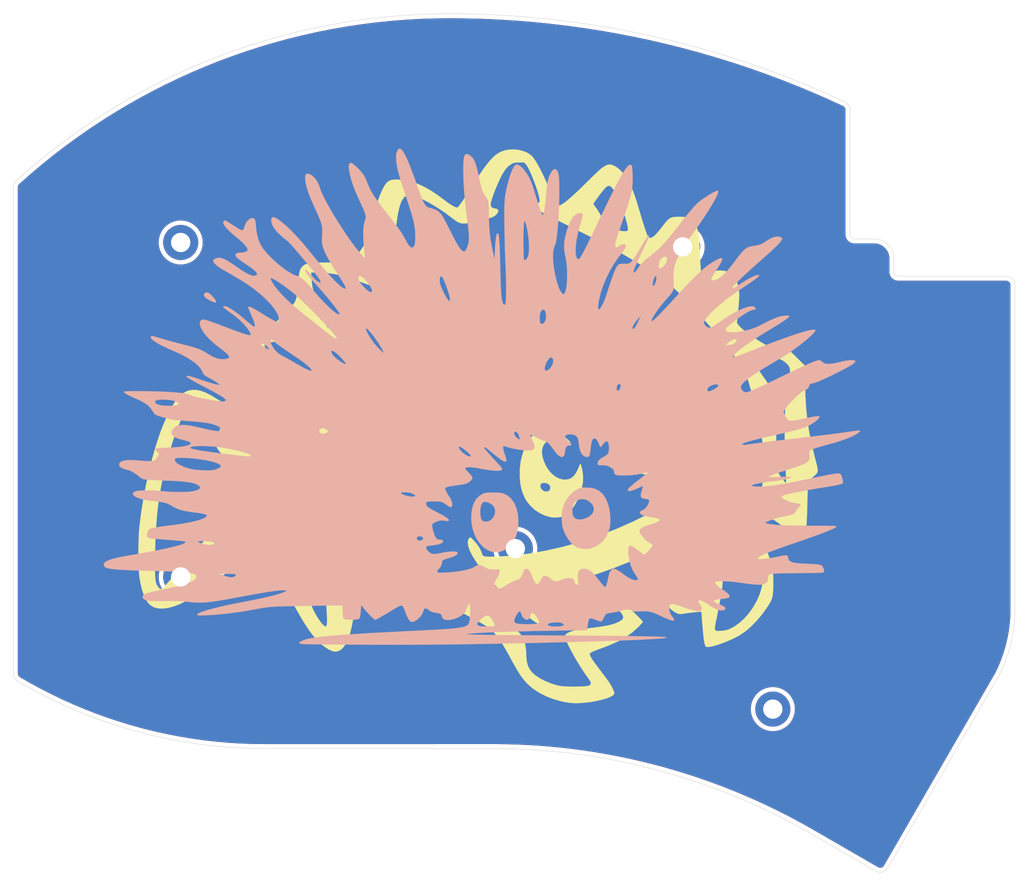
<source format=kicad_pcb>
(kicad_pcb (version 20211014) (generator pcbnew)
  (title_block (title "Swoop MX") (date "2021-12-10") (rev "0.1") (company "jmnw"))
  (layers (0 "F.Cu" signal) (31 "B.Cu" signal) (34 "B.Paste" user) (35 "F.Paste" user) (36 "B.SilkS" user "B.Silkscreen") (37 "F.SilkS" user "F.Silkscreen") (38 "B.Mask" user) (39 "F.Mask" user) (44 "Edge.Cuts" user))
  (net 0 "")
  (footprint "swoop:M2_hole_4mm" (layer "F.Cu") (at 138.429505 86.289097)
    (fp_text reference "H3" hide)
    (fp_text value "M2 Hole" hide)
    (pad "" thru_hole circle (at 0 0) (size 4 4) (drill 2.2) (layers *.Cu *.Mask))
  )
  (footprint "swoop:M2_hole_4mm" (layer "F.Cu") (at 81.279505 85.789596)
    (fp_text reference "H1" hide)
    (fp_text value "M2 Hole" hide)
    (pad "" thru_hole circle (at 0 0) (size 4 4) (drill 2.2) (layers *.Cu *.Mask))
  )
  (footprint "swoop:M2_hole_4mm" (layer "F.Cu") (at 81.2795 123.889595)
    (fp_text reference "H2" hide)
    (fp_text value "M2 Hole" hide)
    (pad "" thru_hole circle (at 0 0) (size 4 4) (drill 2.2) (layers *.Cu *.Mask))
  )
  (footprint "swoop:M2_hole_4mm" (layer "F.Cu") (at 119.379002 120.664038)
    (fp_text reference "H4" hide)
    (fp_text value "M2 Hole" hide)
    (pad "" thru_hole circle (at 0 0) (size 4 4) (drill 2.2) (layers *.Cu *.Mask))
  )
  (footprint "swoop:M2_hole_4mm" (layer "F.Cu") (at 148.696199 138.946853 -22.5)
    (fp_text reference "H4" hide)
    (fp_text value "M2 Hole" hide)
    (pad "" thru_hole circle (at 0 0 337.5) (size 4 4) (drill 2.2) (layers *.Cu *.Mask))
  )
  (footprint "swoop:Ferris_rust_logos" (layer "B.Cu") (at 117.161311 105.608308 180)
    (fp_text reference "G***" hide)
    (fp_text value "LOGO" hide)
  )
  (gr_line (start 162.979067 89.63452) (end 175.260003 89.634348) (layer "Edge.Cuts") (width 0.05))
  (gr_line (start 62.229901 79.489847) (end 62.229898 134.889748) (layer "Edge.Cuts") (width 0.05))
  (gr_line (start 157.47896 84.88463) (end 157.47896 70.688766) (layer "Edge.Cuts") (width 0.05))
  (gr_line (start 176.260009 90.634345) (end 176.2599 127.668909) (layer "Edge.Cuts") (width 0.05))
  (gr_arc (start 62.553703 78.753192) (mid 85.434102 64.657037) (end 111.854245 59.738676) (layer "Edge.Cuts") (width 0.05))
  (gr_arc (start 160.228903 85.384454) (mid 161.819935 86.043516) (end 162.478889 87.634592) (layer "Edge.Cuts") (width 0.05))
  (gr_arc (start 156.903702 69.783193) (mid 157.322987 70.152346) (end 157.47896 70.688766) (layer "Edge.Cuts") (width 0.05))
  (gr_line (start 116.866694 143.439752) (end 90.804811 143.440092) (layer "Edge.Cuts") (width 0.05))
  (gr_line (start 160.424921 157.39489) (end 153.042235 153.132489) (layer "Edge.Cuts") (width 0.05))
  (gr_arc (start 162.979067 89.63452) (mid 162.625512 89.488075) (end 162.479063 89.134522) (layer "Edge.Cuts") (width 0.05))
  (gr_line (start 157.978962 85.384631) (end 160.228903 85.384454) (layer "Edge.Cuts") (width 0.05))
  (gr_arc (start 90.804811 143.440092) (mid 76.236013 141.479972) (end 62.703299 135.739103) (layer "Edge.Cuts") (width 0.05))
  (gr_line (start 162.478889 87.634592) (end 162.479063 89.134522) (layer "Edge.Cuts") (width 0.05))
  (gr_arc (start 175.260003 89.634348) (mid 175.96711 89.927241) (end 176.260009 90.634345) (layer "Edge.Cuts") (width 0.05))
  (gr_arc (start 111.854245 59.738676) (mid 134.932066 62.280325) (end 156.903702 69.783193) (layer "Edge.Cuts") (width 0.05))
  (gr_arc (start 116.866694 143.439752) (mid 135.592471 145.904932) (end 153.042235 153.132489) (layer "Edge.Cuts") (width 0.05))
  (gr_arc (start 161.790949 157.028856) (mid 161.183743 157.494787) (end 160.424921 157.39489) (layer "Edge.Cuts") (width 0.05))
  (gr_arc (start 62.703299 135.739103) (mid 62.356242 135.375934) (end 62.229898 134.889748) (layer "Edge.Cuts") (width 0.05))
  (gr_arc (start 157.978962 85.384631) (mid 157.625406 85.238186) (end 157.47896 84.88463) (layer "Edge.Cuts") (width 0.05))
  (gr_arc (start 62.229901 79.489847) (mid 62.314424 79.087507) (end 62.553703 78.753192) (layer "Edge.Cuts") (width 0.05))
  (gr_arc (start 176.2599 127.668909) (mid 175.802813 131.430259) (end 174.513208 134.993067) (layer "Edge.Cuts") (width 0.05))
  (gr_line (start 161.790949 157.028856) (end 174.513208 134.993067) (layer "Edge.Cuts") (width 0.05))
  (zone (net 0) (net_name "") (layers F&B.Cu) (connect_pads (clearance 0.508)) (min_thickness 0.254) (fill yes (thermal_gap 0.508) (thermal_bridge_width 0.508) (island_removal_mode 1) (island_area_min 0))
    (polygon (pts (xy 177.292 159.004) (xy 60.706 159.004) (xy 60.706 58.166) (xy 177.292 58.166)))
  )
)
</source>
